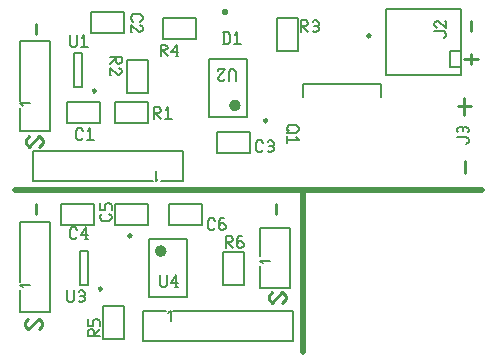
<source format=gto>
G04 Generated by Ultiboard 14.1 *
%FSLAX24Y24*%
%MOIN*%

%ADD10C,0.0001*%
%ADD11C,0.0200*%
%ADD12C,0.0080*%
%ADD13C,0.0079*%
%ADD14C,0.0197*%
%ADD15C,0.0098*%
%ADD16C,0.0070*%
%ADD17C,0.0100*%
%ADD18C,0.0111*%
%ADD19C,0.0060*%
%ADD20C,0.02236*%


G04 ColorRGB FFFF00 for the following layer *
%LNSilkscreen Top*%
%LPD*%
G54D10*
G54D11*
X100Y13400D02*
X15663Y13400D01*
X9700Y13400D02*
X9700Y8000D01*
G54D12*
X280Y9330D02*
X1280Y9330D01*
X280Y12330D02*
X1280Y12330D01*
X280Y12330D02*
X280Y10330D01*
X280Y10080D02*
X280Y9330D01*
X280Y10247D02*
X613Y10247D01*
X363Y10163D02*
X280Y10247D01*
X1280Y12330D02*
X1280Y9330D01*
X4940Y10561D02*
X4940Y10246D01*
X5018Y10168D01*
X5096Y10168D01*
X5175Y10246D01*
X5175Y10561D01*
X5527Y10325D02*
X5292Y10325D01*
X5487Y10561D01*
X5487Y10168D01*
X5448Y10168D02*
X5527Y10168D01*
X9380Y9390D02*
X5380Y9390D01*
X5130Y9390D02*
X4380Y9390D01*
X4380Y8390D01*
X5297Y9390D02*
X5297Y9057D01*
X5213Y9307D02*
X5297Y9390D01*
X9380Y9390D02*
X9380Y8390D01*
X4380Y8390D01*
X9280Y12140D02*
X9280Y10140D01*
X8280Y10890D02*
X8280Y10140D01*
X9280Y10140D01*
X8280Y12140D02*
X8280Y11223D01*
X8280Y11057D02*
X8613Y11057D01*
X8363Y10973D02*
X8280Y11057D01*
X8280Y12140D02*
X9280Y12140D01*
X7460Y17039D02*
X7460Y17354D01*
X7382Y17432D01*
X7304Y17432D01*
X7225Y17354D01*
X7225Y17039D01*
X7108Y17118D02*
X7030Y17039D01*
X6952Y17039D01*
X6873Y17118D01*
X6873Y17157D01*
X7108Y17432D01*
X6873Y17432D01*
X6873Y17393D01*
X280Y15380D02*
X1280Y15380D01*
X280Y18380D02*
X1280Y18380D01*
X280Y18380D02*
X280Y16380D01*
X280Y16130D02*
X280Y15380D01*
X280Y16297D02*
X613Y16297D01*
X363Y16213D02*
X280Y16297D01*
X1280Y18380D02*
X1280Y15380D01*
X3267Y17837D02*
X3660Y17837D01*
X3660Y17680D01*
X3582Y17602D01*
X3542Y17602D01*
X3464Y17680D01*
X3464Y17837D01*
X3464Y17797D02*
X3267Y17602D01*
X3582Y17485D02*
X3660Y17406D01*
X3660Y17328D01*
X3582Y17250D01*
X3542Y17250D01*
X3267Y17485D01*
X3267Y17250D01*
X3307Y17250D01*
X3850Y16650D02*
X3850Y17750D01*
X4550Y17750D02*
X4550Y16650D01*
X3850Y17750D02*
X4550Y17750D01*
X4550Y16650D02*
X3850Y16650D01*
X4963Y17867D02*
X4963Y18260D01*
X5120Y18260D01*
X5198Y18182D01*
X5198Y18142D01*
X5120Y18064D01*
X4963Y18064D01*
X5003Y18064D02*
X5198Y17867D01*
X5550Y18024D02*
X5315Y18024D01*
X5511Y18260D01*
X5511Y17867D01*
X5472Y17867D02*
X5550Y17867D01*
X6150Y18450D02*
X5050Y18450D01*
X5050Y19150D02*
X6150Y19150D01*
X5050Y18450D02*
X5050Y19150D01*
X6150Y19150D02*
X6150Y18450D01*
X15154Y14939D02*
X15232Y15017D01*
X15232Y15096D01*
X15154Y15174D01*
X14839Y15174D01*
X14879Y15330D02*
X14839Y15369D01*
X14839Y15448D01*
X14918Y15526D01*
X14996Y15526D01*
X15036Y15487D01*
X15075Y15526D01*
X15154Y15526D01*
X15232Y15448D01*
X15232Y15369D01*
X15193Y15330D01*
X15036Y15369D02*
X15036Y15487D01*
X8374Y14746D02*
X8296Y14668D01*
X8217Y14668D01*
X8139Y14746D01*
X8139Y14982D01*
X8217Y15061D01*
X8296Y15061D01*
X8374Y14982D01*
X8530Y15021D02*
X8569Y15061D01*
X8648Y15061D01*
X8726Y14982D01*
X8726Y14904D01*
X8687Y14864D01*
X8726Y14825D01*
X8726Y14746D01*
X8648Y14668D01*
X8569Y14668D01*
X8530Y14707D01*
X8569Y14864D02*
X8687Y14864D01*
X7039Y18268D02*
X7196Y18268D01*
X7274Y18346D01*
X7274Y18582D01*
X7196Y18661D01*
X7039Y18661D01*
X7078Y18661D02*
X7078Y18268D01*
X7430Y18582D02*
X7508Y18661D01*
X7508Y18268D01*
X7391Y18268D02*
X7626Y18268D01*
X4046Y19026D02*
X3968Y19104D01*
X3968Y19183D01*
X4046Y19261D01*
X4282Y19261D01*
X4361Y19183D01*
X4361Y19104D01*
X4282Y19026D01*
X4282Y18909D02*
X4361Y18831D01*
X4361Y18752D01*
X4282Y18674D01*
X4243Y18674D01*
X3968Y18909D01*
X3968Y18674D01*
X4007Y18674D01*
X1939Y18561D02*
X1939Y18246D01*
X2017Y18168D01*
X2096Y18168D01*
X2174Y18246D01*
X2174Y18561D01*
X2330Y18482D02*
X2408Y18561D01*
X2408Y18168D01*
X2291Y18168D02*
X2526Y18168D01*
X2374Y15146D02*
X2296Y15068D01*
X2217Y15068D01*
X2139Y15146D01*
X2139Y15382D01*
X2217Y15461D01*
X2296Y15461D01*
X2374Y15382D01*
X2530Y15382D02*
X2608Y15461D01*
X2608Y15068D01*
X2491Y15068D02*
X2726Y15068D01*
X3254Y12622D02*
X3332Y12544D01*
X3332Y12465D01*
X3254Y12387D01*
X3018Y12387D01*
X2939Y12465D01*
X2939Y12544D01*
X3018Y12622D01*
X2939Y12974D02*
X2939Y12739D01*
X3096Y12739D01*
X3096Y12896D01*
X3175Y12974D01*
X3254Y12974D01*
X3332Y12896D01*
X3332Y12739D01*
X2932Y8539D02*
X2539Y8539D01*
X2539Y8696D01*
X2618Y8774D01*
X2657Y8774D01*
X2736Y8696D01*
X2736Y8539D01*
X2736Y8578D02*
X2932Y8774D01*
X2539Y9126D02*
X2539Y8891D01*
X2696Y8891D01*
X2696Y9048D01*
X2775Y9126D01*
X2854Y9126D01*
X2932Y9048D01*
X2932Y8891D01*
X3750Y9550D02*
X3750Y8450D01*
X3050Y8450D02*
X3050Y9550D01*
X3750Y8450D02*
X3050Y8450D01*
X3050Y9550D02*
X3750Y9550D01*
X1839Y10061D02*
X1839Y9746D01*
X1917Y9668D01*
X1996Y9668D01*
X2074Y9746D01*
X2074Y10061D01*
X2230Y10021D02*
X2269Y10061D01*
X2348Y10061D01*
X2426Y9982D01*
X2426Y9904D01*
X2387Y9864D01*
X2426Y9825D01*
X2426Y9746D01*
X2348Y9668D01*
X2269Y9668D01*
X2230Y9707D01*
X2269Y9864D02*
X2387Y9864D01*
X2174Y11846D02*
X2096Y11768D01*
X2017Y11768D01*
X1939Y11846D01*
X1939Y12082D01*
X2017Y12161D01*
X2096Y12161D01*
X2174Y12082D01*
X2526Y11925D02*
X2291Y11925D01*
X2487Y12161D01*
X2487Y11768D01*
X2448Y11768D02*
X2526Y11768D01*
X6774Y12146D02*
X6696Y12068D01*
X6617Y12068D01*
X6539Y12146D01*
X6539Y12382D01*
X6617Y12461D01*
X6696Y12461D01*
X6774Y12382D01*
X7087Y12461D02*
X6969Y12461D01*
X6891Y12382D01*
X6891Y12225D01*
X6891Y12146D01*
X6969Y12068D01*
X7048Y12068D01*
X7126Y12146D01*
X7126Y12225D01*
X7048Y12304D01*
X6969Y12304D01*
X6891Y12225D01*
X14394Y18469D02*
X14472Y18547D01*
X14472Y18626D01*
X14394Y18704D01*
X14079Y18704D01*
X14158Y18821D02*
X14079Y18899D01*
X14079Y18978D01*
X14158Y19056D01*
X14197Y19056D01*
X14472Y18821D01*
X14472Y19056D01*
X14433Y19056D01*
X9246Y15561D02*
X9168Y15483D01*
X9168Y15404D01*
X9246Y15326D01*
X9482Y15326D01*
X9561Y15404D01*
X9561Y15483D01*
X9482Y15561D01*
X9246Y15561D01*
X9246Y15404D02*
X9168Y15326D01*
X9482Y15170D02*
X9561Y15092D01*
X9168Y15092D01*
X9168Y15209D02*
X9168Y14974D01*
X4739Y15768D02*
X4739Y16161D01*
X4896Y16161D01*
X4974Y16082D01*
X4974Y16043D01*
X4896Y15964D01*
X4739Y15964D01*
X4778Y15964D02*
X4974Y15768D01*
X5130Y16082D02*
X5208Y16161D01*
X5208Y15768D01*
X5091Y15768D02*
X5326Y15768D01*
X3450Y16350D02*
X4550Y16350D01*
X4550Y15650D02*
X3450Y15650D01*
X4550Y16350D02*
X4550Y15650D01*
X3450Y15650D02*
X3450Y16350D01*
X7139Y11468D02*
X7139Y11861D01*
X7296Y11861D01*
X7374Y11782D01*
X7374Y11743D01*
X7296Y11664D01*
X7139Y11664D01*
X7178Y11664D02*
X7374Y11468D01*
X7687Y11861D02*
X7569Y11861D01*
X7491Y11782D01*
X7491Y11625D01*
X7491Y11546D01*
X7569Y11468D01*
X7648Y11468D01*
X7726Y11546D01*
X7726Y11625D01*
X7648Y11704D01*
X7569Y11704D01*
X7491Y11625D01*
X7050Y10250D02*
X7050Y11350D01*
X7750Y11350D02*
X7750Y10250D01*
X7050Y11350D02*
X7750Y11350D01*
X7750Y10250D02*
X7050Y10250D01*
X9639Y18668D02*
X9639Y19061D01*
X9796Y19061D01*
X9874Y18982D01*
X9874Y18943D01*
X9796Y18864D01*
X9639Y18864D01*
X9678Y18864D02*
X9874Y18668D01*
X10030Y19021D02*
X10069Y19061D01*
X10148Y19061D01*
X10226Y18982D01*
X10226Y18904D01*
X10187Y18864D01*
X10226Y18825D01*
X10226Y18746D01*
X10148Y18668D01*
X10069Y18668D01*
X10030Y18707D01*
X10069Y18864D02*
X10187Y18864D01*
X8850Y18050D02*
X8850Y19150D01*
X9550Y19150D02*
X9550Y18050D01*
X8850Y19150D02*
X9550Y19150D01*
X9550Y18050D02*
X8850Y18050D01*
X710Y13700D02*
X4710Y13700D01*
X4960Y13700D02*
X5710Y13700D01*
X5710Y14700D01*
X4793Y13700D02*
X4793Y14033D01*
X4877Y13783D02*
X4793Y13700D01*
X710Y13700D02*
X710Y14700D01*
X5710Y14700D01*
G54D13*
X4570Y9835D02*
X5830Y9835D01*
X5830Y11765D02*
X4570Y11765D01*
X4570Y9835D01*
X5830Y9835D02*
X5830Y11765D01*
X7830Y17765D02*
X6570Y17765D01*
X6570Y15835D02*
X7830Y15835D01*
X7830Y17765D01*
X6570Y17765D02*
X6570Y15835D01*
X2328Y17971D02*
X2072Y17971D01*
X2072Y16829D02*
X2328Y16829D01*
X2328Y17971D01*
X2072Y17971D02*
X2072Y16829D01*
X2528Y11371D02*
X2272Y11371D01*
X2272Y10229D02*
X2528Y10229D01*
X2528Y11371D01*
X2272Y11371D02*
X2272Y10229D01*
X9701Y16945D02*
X12299Y16945D01*
X12299Y16512D01*
X9701Y16512D02*
X9701Y16945D01*
G54D14*
X4865Y11371D02*
G75*
D01*
G02X4865Y11371I99J0*
G01*
X7338Y16229D02*
G75*
D01*
G02X7338Y16229I98J0*
G01*
G54D15*
X3891Y11883D02*
G75*
D01*
G02X3891Y11883I49J0*
G01*
X8411Y15717D02*
G75*
D01*
G02X8411Y15717I49J0*
G01*
X2702Y16711D02*
G75*
D01*
G02X2702Y16711I49J0*
G01*
X2902Y10111D02*
G75*
D01*
G02X2902Y10111I49J0*
G01*
X11851Y18549D02*
G75*
D01*
G02X11851Y18549I49J0*
G01*
G54D16*
X6850Y15350D02*
X7950Y15350D01*
X7950Y14650D02*
X6850Y14650D01*
X6850Y15350D01*
X7950Y15350D02*
X7950Y14650D01*
X3750Y18650D02*
X2650Y18650D01*
X2650Y19350D02*
X3750Y19350D01*
X3750Y18650D01*
X2650Y18650D02*
X2650Y19350D01*
X1850Y16350D02*
X2950Y16350D01*
X2950Y15650D02*
X1850Y15650D01*
X1850Y16350D01*
X2950Y16350D02*
X2950Y15650D01*
X3450Y12950D02*
X4550Y12950D01*
X4550Y12250D02*
X3450Y12250D01*
X3450Y12950D01*
X4550Y12950D02*
X4550Y12250D01*
X2750Y12250D02*
X1650Y12250D01*
X1650Y12950D02*
X2750Y12950D01*
X2750Y12250D01*
X1650Y12250D02*
X1650Y12950D01*
X5250Y12950D02*
X6350Y12950D01*
X6350Y12250D02*
X5250Y12250D01*
X5250Y12950D01*
X6350Y12950D02*
X6350Y12250D01*
G54D17*
X890Y8777D02*
X1004Y8891D01*
X1004Y9005D01*
X890Y9119D01*
X547Y8777D01*
X433Y8891D01*
X433Y9005D01*
X547Y9119D01*
X9014Y9657D02*
X9129Y9771D01*
X9129Y9884D01*
X9014Y9998D01*
X8671Y9657D01*
X8557Y9771D01*
X8557Y9884D01*
X8671Y9998D01*
X914Y14857D02*
X1029Y14971D01*
X1029Y15084D01*
X914Y15198D01*
X571Y14857D01*
X457Y14971D01*
X457Y15084D01*
X571Y15198D01*
X800Y18943D02*
X800Y18602D01*
X8800Y12943D02*
X8800Y12602D01*
X800Y12943D02*
X800Y12602D01*
X14871Y16200D02*
X15298Y16200D01*
X15084Y16486D02*
X15084Y15914D01*
X15300Y17943D02*
X15300Y17602D01*
X15529Y17772D02*
X15071Y17772D01*
X15300Y19043D02*
X15300Y18702D01*
G54D18*
X15100Y14393D02*
X15100Y13966D01*
G54D19*
X14600Y17510D02*
X14600Y18060D01*
X14940Y18060D01*
X14950Y17510D02*
X14610Y17510D01*
X12489Y17259D02*
X14969Y17259D01*
X14969Y19441D01*
X12489Y19441D01*
X12489Y17259D01*
G54D20*
X7100Y19350D03*

M02*

</source>
